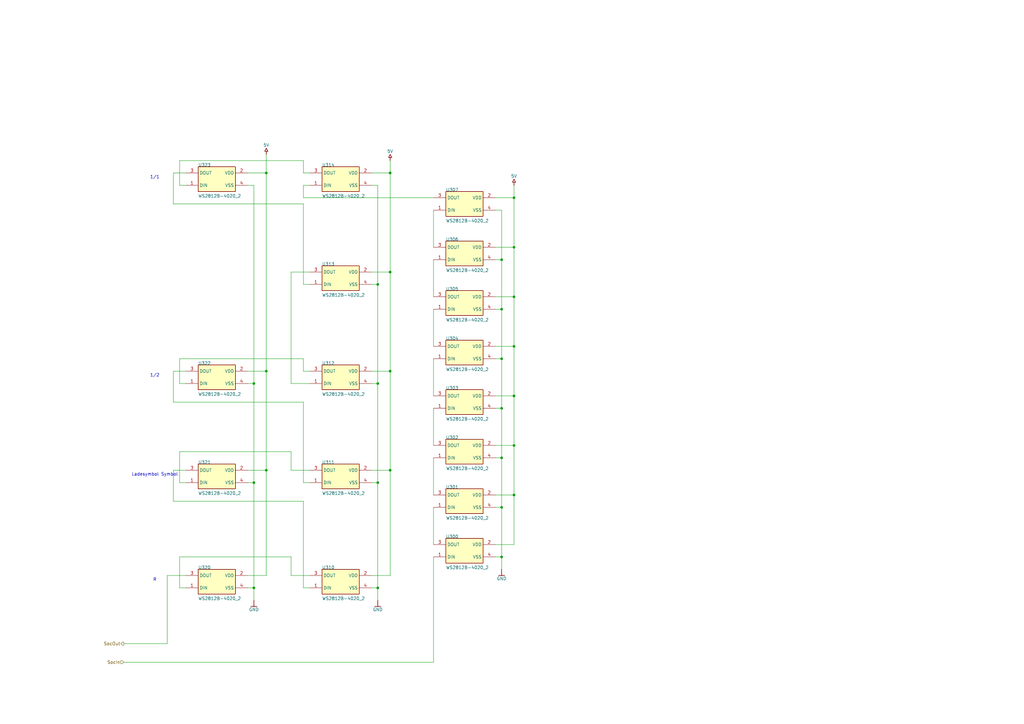
<source format=kicad_sch>
(kicad_sch (version 20231120) (generator "eeschema") (generator_version "8.0")
  (paper "A3")
  (lib_symbols
    (symbol "Lada_Speedometer-altium-import:5V_ARROW" (power)
      (property "Reference" "#PWR" (at 0 0 0))
      (property "Value" "5V" (at 0 3.81 0))
      (symbol "5V_ARROW_0_0"
        (polyline (pts (xy 0 0) (xy 0 -1.27)) (stroke (width 0.254)))
        (polyline (pts (xy -0.635 -1.27) (xy 0.635 -1.27) (xy 0 -2.54) (xy -0.635 -1.27)) (stroke (width 0.254)))
        (pin power_in line (at 0 0 0) (length 0) hide (name "5V") (number ""))
      )
    )
    (symbol "Lada_Speedometer-altium-import:Designator_0_WS2812B-4020_2"
      (symbol "Designator_0_WS2812B-4020_2_1_0"
        (rectangle (start 7.62 5.08) (end -7.62 -5.08) (stroke (width 0.254) (color 128 0 0 1)) (fill (type background)))
        (pin input line (at -12.7 -2.54 0) (length 5.08) (name "DIN") (number "1"))
        (pin power_in line (at 12.7 2.54 180) (length 5.08) (name "VDD") (number "2"))
        (pin output line (at -12.7 2.54 0) (length 5.08) (name "DOUT") (number "3"))
        (pin power_in line (at 12.7 -2.54 180) (length 5.08) (name "VSS") (number "4"))
      )
    )
    (symbol "Lada_Speedometer-altium-import:GND_BAR" (power)
      (property "Reference" "#PWR" (at 0 0 0))
      (property "Value" "GND" (at 0 3.81 0))
      (symbol "GND_BAR_0_0"
        (polyline (pts (xy -1.27 -2.54) (xy 1.27 -2.54)) (stroke (width 0.254)))
        (polyline (pts (xy 0 0) (xy 0 -2.54)) (stroke (width 0.254)))
        (pin power_in line (at 0 0 0) (length 0) hide (name "GND") (number ""))
      )
    )
  )
  (junction (at 205.74 167.4622))
  (junction (at 205.74 106.5022))
  (junction (at 160.02 152.2222))
  (junction (at 154.94 241.1222))
  (junction (at 104.14 241.1222))
  (junction (at 160.02 70.9422))
  (junction (at 205.74 147.1422))
  (junction (at 210.82 162.3822))
  (junction (at 154.94 157.3022))
  (junction (at 104.14 157.3022))
  (junction (at 210.82 182.7022))
  (junction (at 205.74 126.8222))
  (junction (at 210.82 121.7422))
  (junction (at 210.82 142.0622))
  (junction (at 210.82 81.1022))
  (junction (at 160.02 192.8622))
  (junction (at 104.14 197.9422))
  (junction (at 205.74 208.1022))
  (junction (at 210.82 101.4222))
  (junction (at 210.82 203.0222))
  (junction (at 154.94 116.6622))
  (junction (at 154.94 197.9422))
  (junction (at 109.22 152.2222))
  (junction (at 205.74 228.4222))
  (junction (at 109.22 70.9422))
  (junction (at 205.74 187.7822))
  (junction (at 109.22 192.8622))
  (junction (at 160.02 111.5822))
  (wire (pts (xy 73.66 185.2422) (xy 73.66 197.9422)))
  (wire (pts (xy 127 192.8622) (xy 119.38 192.8622)))
  (wire (pts (xy 124.46 81.1022) (xy 124.46 76.0222)))
  (wire (pts (xy 76.2 236.0422) (xy 68.58 236.0422)))
  (wire (pts (xy 177.8 203.0222) (xy 177.8 187.7822)))
  (wire (pts (xy 203.2 126.8222) (xy 205.74 126.8222)))
  (wire (pts (xy 205.74 233.5022) (xy 205.74 228.4222)))
  (wire (pts (xy 71.12 205.5622) (xy 124.46 205.5622)))
  (wire (pts (xy 101.6 192.8622) (xy 109.22 192.8622)))
  (wire (pts (xy 177.8 106.5022) (xy 177.8 121.7422)))
  (wire (pts (xy 104.14 241.1222) (xy 104.14 246.2022)))
  (wire (pts (xy 119.38 192.8622) (xy 119.38 185.2422)))
  (wire (pts (xy 203.2 162.3822) (xy 210.82 162.3822)))
  (wire (pts (xy 160.02 236.0422) (xy 152.4 236.0422)))
  (wire (pts (xy 152.4 116.6622) (xy 154.94 116.6622)))
  (wire (pts (xy 101.6 76.0222) (xy 104.14 76.0222)))
  (wire (pts (xy 205.74 147.1422) (xy 205.74 126.8222)))
  (wire (pts (xy 210.82 162.3822) (xy 210.82 142.0622)))
  (wire (pts (xy 124.46 116.6622) (xy 127 116.6622)))
  (wire (pts (xy 203.2 228.4222) (xy 205.74 228.4222)))
  (wire (pts (xy 154.94 76.0222) (xy 154.94 116.6622)))
  (wire (pts (xy 76.2 70.9422) (xy 71.12 70.9422)))
  (wire (pts (xy 203.2 208.1022) (xy 205.74 208.1022)))
  (wire (pts (xy 73.66 241.1222) (xy 76.2 241.1222)))
  (wire (pts (xy 124.46 65.8622) (xy 73.66 65.8622)))
  (wire (pts (xy 210.82 142.0622) (xy 210.82 121.7422)))
  (wire (pts (xy 124.46 70.9422) (xy 124.46 65.8622)))
  (wire (pts (xy 152.4 152.2222) (xy 160.02 152.2222)))
  (wire (pts (xy 160.02 70.9422) (xy 160.02 111.5822)))
  (wire (pts (xy 76.2 152.2222) (xy 71.12 152.2222)))
  (wire (pts (xy 68.58 236.0422) (xy 68.58 263.9822)))
  (wire (pts (xy 154.94 116.6622) (xy 154.94 157.3022)))
  (wire (pts (xy 210.82 101.4222) (xy 210.82 81.1022)))
  (wire (pts (xy 71.12 70.9422) (xy 71.12 83.6422)))
  (wire (pts (xy 203.2 106.5022) (xy 205.74 106.5022)))
  (wire (pts (xy 71.12 83.6422) (xy 124.46 83.6422)))
  (wire (pts (xy 203.2 101.4222) (xy 210.82 101.4222)))
  (wire (pts (xy 101.6 241.1222) (xy 104.14 241.1222)))
  (wire (pts (xy 205.74 228.4222) (xy 205.74 208.1022)))
  (wire (pts (xy 154.94 241.1222) (xy 154.94 246.2022)))
  (wire (pts (xy 101.6 70.9422) (xy 109.22 70.9422)))
  (wire (pts (xy 205.74 208.1022) (xy 205.74 187.7822)))
  (wire (pts (xy 205.74 187.7822) (xy 205.74 167.4622)))
  (wire (pts (xy 124.46 147.1422) (xy 73.66 147.1422)))
  (wire (pts (xy 152.4 70.9422) (xy 160.02 70.9422)))
  (wire (pts (xy 152.4 241.1222) (xy 154.94 241.1222)))
  (wire (pts (xy 152.4 111.5822) (xy 160.02 111.5822)))
  (wire (pts (xy 124.46 205.5622) (xy 124.46 241.1222)))
  (wire (pts (xy 119.38 185.2422) (xy 73.66 185.2422)))
  (wire (pts (xy 68.58 263.9822) (xy 50.8 263.9822)))
  (wire (pts (xy 73.66 147.1422) (xy 73.66 157.3022)))
  (wire (pts (xy 177.8 208.1022) (xy 177.8 223.3422)))
  (wire (pts (xy 101.6 197.9422) (xy 104.14 197.9422)))
  (wire (pts (xy 124.46 76.0222) (xy 127 76.0222)))
  (wire (pts (xy 205.74 106.5022) (xy 205.74 86.1822)))
  (wire (pts (xy 152.4 197.9422) (xy 154.94 197.9422)))
  (wire (pts (xy 205.74 126.8222) (xy 205.74 106.5022)))
  (wire (pts (xy 104.14 76.0222) (xy 104.14 157.3022)))
  (wire (pts (xy 71.12 164.9222) (xy 124.46 164.9222)))
  (wire (pts (xy 109.22 70.9422) (xy 109.22 63.3222)))
  (wire (pts (xy 101.6 152.2222) (xy 109.22 152.2222)))
  (wire (pts (xy 109.22 192.8622) (xy 109.22 236.0422)))
  (wire (pts (xy 160.02 192.8622) (xy 160.02 236.0422)))
  (wire (pts (xy 203.2 182.7022) (xy 210.82 182.7022)))
  (wire (pts (xy 177.8 101.4222) (xy 177.8 86.1822)))
  (wire (pts (xy 177.8 126.8222) (xy 177.8 142.0622)))
  (wire (pts (xy 203.2 147.1422) (xy 205.74 147.1422)))
  (wire (pts (xy 109.22 70.9422) (xy 109.22 152.2222)))
  (wire (pts (xy 203.2 187.7822) (xy 205.74 187.7822)))
  (wire (pts (xy 109.22 152.2222) (xy 109.22 192.8622)))
  (wire (pts (xy 76.2 192.8622) (xy 71.12 192.8622)))
  (wire (pts (xy 203.2 142.0622) (xy 210.82 142.0622)))
  (wire (pts (xy 177.8 147.1422) (xy 177.8 162.3822)))
  (wire (pts (xy 127 111.5822) (xy 119.38 111.5822)))
  (wire (pts (xy 203.2 167.4622) (xy 205.74 167.4622)))
  (wire (pts (xy 152.4 157.3022) (xy 154.94 157.3022)))
  (wire (pts (xy 152.4 192.8622) (xy 160.02 192.8622)))
  (wire (pts (xy 203.2 223.3422) (xy 210.82 223.3422)))
  (wire (pts (xy 104.14 157.3022) (xy 104.14 197.9422)))
  (wire (pts (xy 124.46 241.1222) (xy 127 241.1222)))
  (wire (pts (xy 73.66 228.4222) (xy 73.66 241.1222)))
  (wire (pts (xy 127 152.2222) (xy 124.46 152.2222)))
  (wire (pts (xy 119.38 236.0422) (xy 119.38 228.4222)))
  (wire (pts (xy 101.6 157.3022) (xy 104.14 157.3022)))
  (wire (pts (xy 203.2 121.7422) (xy 210.82 121.7422)))
  (wire (pts (xy 177.8 81.1022) (xy 124.46 81.1022)))
  (wire (pts (xy 205.74 86.1822) (xy 203.2 86.1822)))
  (wire (pts (xy 124.46 164.9222) (xy 124.46 197.9422)))
  (wire (pts (xy 177.8 167.4622) (xy 177.8 182.7022)))
  (wire (pts (xy 119.38 157.3022) (xy 127 157.3022)))
  (wire (pts (xy 124.46 152.2222) (xy 124.46 147.1422)))
  (wire (pts (xy 210.82 121.7422) (xy 210.82 101.4222)))
  (wire (pts (xy 160.02 111.5822) (xy 160.02 152.2222)))
  (wire (pts (xy 124.46 197.9422) (xy 127 197.9422)))
  (wire (pts (xy 73.66 197.9422) (xy 76.2 197.9422)))
  (wire (pts (xy 160.02 152.2222) (xy 160.02 192.8622)))
  (wire (pts (xy 109.22 236.0422) (xy 101.6 236.0422)))
  (wire (pts (xy 73.66 76.0222) (xy 76.2 76.0222)))
  (wire (pts (xy 154.94 157.3022) (xy 154.94 197.9422)))
  (wire (pts (xy 124.46 83.6422) (xy 124.46 116.6622)))
  (wire (pts (xy 205.74 167.4622) (xy 205.74 147.1422)))
  (wire (pts (xy 73.66 65.8622) (xy 73.66 76.0222)))
  (wire (pts (xy 203.2 81.1022) (xy 210.82 81.1022)))
  (wire (pts (xy 73.66 157.3022) (xy 76.2 157.3022)))
  (wire (pts (xy 210.82 81.1022) (xy 210.82 76.0222)))
  (wire (pts (xy 104.14 197.9422) (xy 104.14 241.1222)))
  (wire (pts (xy 127 236.0422) (xy 119.38 236.0422)))
  (wire (pts (xy 210.82 182.7022) (xy 210.82 162.3822)))
  (wire (pts (xy 177.8 271.6022) (xy 50.8 271.6022)))
  (wire (pts (xy 71.12 192.8622) (xy 71.12 205.5622)))
  (wire (pts (xy 152.4 76.0222) (xy 154.94 76.0222)))
  (wire (pts (xy 119.38 111.5822) (xy 119.38 157.3022)))
  (wire (pts (xy 210.82 203.0222) (xy 210.82 182.7022)))
  (wire (pts (xy 119.38 228.4222) (xy 73.66 228.4222)))
  (wire (pts (xy 203.2 203.0222) (xy 210.82 203.0222)))
  (wire (pts (xy 71.12 152.2222) (xy 71.12 164.9222)))
  (wire (pts (xy 177.8 228.4222) (xy 177.8 271.6022)))
  (wire (pts (xy 210.82 223.3422) (xy 210.82 203.0222)))
  (wire (pts (xy 127 70.9422) (xy 124.46 70.9422)))
  (wire (pts (xy 154.94 197.9422) (xy 154.94 241.1222)))
  (wire (pts (xy 160.02 70.9422) (xy 160.02 65.8622)))
  (text "Ladesymbol Symbol" (at 63.5 195.4022 0) (effects (font (size 1.27 1.27)) (justify bottom)))
  (text "1/1" (at 63.5 73.4822 0) (effects (font (size 1.27 1.27)) (justify bottom)))
  (text "R" (at 63.5 238.5822 0) (effects (font (size 1.27 1.27)) (justify bottom)))
  (text "1/2" (at 63.5 154.7622 0) (effects (font (size 1.27 1.27)) (justify bottom)))
  (hierarchical_label "SocOut" (shape output) (at 50.8 263.9822 180))
  (hierarchical_label "SocIn" (shape input) (at 50.8 271.6022 180))
  (symbol (lib_id "Lada_Speedometer-altium-import:Designator_0_WS2812B-4020_2") (at 139.7 195.4022 0) (unit 1)
    (property "Reference" "U311" (at 132.08 190.3222 0) (effects (justify left bottom)))
    (property "Value" "WS2812B-4020_2" (at 132.08 203.0222 0) (effects (justify left bottom)))
    (property "Footprint" "LED_WS2812B-4020" (effects (hide yes)))
    (property "Description" "12mA RGB SMD,2x4mm Light Emitting Diodes" (effects (hide yes)))
    (property "PRICE" "None" (effects (hide yes)))
    (property "MP" "WS2812B-4020" (effects (hide yes)))
    (property "AVAILABILITY" "Not in stock" (effects (hide yes)))
    (property "SNAPEDA_LINK" "https://www.snapeda.com/parts/WS2812B-4020/Worldsemi/view-part/?ref=snap" (effects (hide yes)))
    (property "CHECK_PRICES" "https://www.snapeda.com/parts/WS2812B-4020/Worldsemi/view-part/?ref=eda" (effects (hide yes)))
    (property "ALTIUM_VALUE" "*" (effects (hide yes)))
    (property "PACKAGE" "Package" (effects (hide yes)))
    (property "MF" "Worldsemi" (effects (hide yes)))
  )
  (symbol (lib_id "Lada_Speedometer-altium-import:5V_ARROW") (at 210.82 76.0222 180) (unit 1)
    (property "Reference" "#PWR?" (effects (hide yes)))
    (property "Value" "5V" (at 210.82 72.2122 0))
  )
  (symbol (lib_id "Lada_Speedometer-altium-import:Designator_0_WS2812B-4020_2") (at 190.5 185.2422 0) (unit 1)
    (property "Reference" "U302" (at 182.88 180.1622 0) (effects (justify left bottom)))
    (property "Value" "WS2812B-4020_2" (at 182.88 192.8622 0) (effects (justify left bottom)))
    (property "Footprint" "LED_WS2812B-4020" (effects (hide yes)))
    (property "Description" "12mA RGB SMD,2x4mm Light Emitting Diodes" (effects (hide yes)))
    (property "PRICE" "None" (effects (hide yes)))
    (property "MP" "WS2812B-4020" (effects (hide yes)))
    (property "AVAILABILITY" "Not in stock" (effects (hide yes)))
    (property "SNAPEDA_LINK" "https://www.snapeda.com/parts/WS2812B-4020/Worldsemi/view-part/?ref=snap" (effects (hide yes)))
    (property "CHECK_PRICES" "https://www.snapeda.com/parts/WS2812B-4020/Worldsemi/view-part/?ref=eda" (effects (hide yes)))
    (property "ALTIUM_VALUE" "*" (effects (hide yes)))
    (property "PACKAGE" "Package" (effects (hide yes)))
    (property "MF" "Worldsemi" (effects (hide yes)))
  )
  (symbol (lib_id "Lada_Speedometer-altium-import:5V_ARROW") (at 160.02 65.8622 180) (unit 1)
    (property "Reference" "#PWR?" (effects (hide yes)))
    (property "Value" "5V" (at 160.02 62.0522 0))
  )
  (symbol (lib_id "Lada_Speedometer-altium-import:Designator_0_WS2812B-4020_2") (at 190.5 225.8822 0) (unit 1)
    (property "Reference" "U300" (at 182.88 220.8022 0) (effects (justify left bottom)))
    (property "Value" "WS2812B-4020_2" (at 182.88 233.5022 0) (effects (justify left bottom)))
    (property "Footprint" "LED_WS2812B-4020" (effects (hide yes)))
    (property "Description" "12mA RGB SMD,2x4mm Light Emitting Diodes" (effects (hide yes)))
    (property "PRICE" "None" (effects (hide yes)))
    (property "MP" "WS2812B-4020" (effects (hide yes)))
    (property "AVAILABILITY" "Not in stock" (effects (hide yes)))
    (property "SNAPEDA_LINK" "https://www.snapeda.com/parts/WS2812B-4020/Worldsemi/view-part/?ref=snap" (effects (hide yes)))
    (property "CHECK_PRICES" "https://www.snapeda.com/parts/WS2812B-4020/Worldsemi/view-part/?ref=eda" (effects (hide yes)))
    (property "ALTIUM_VALUE" "*" (effects (hide yes)))
    (property "PACKAGE" "Package" (effects (hide yes)))
    (property "MF" "Worldsemi" (effects (hide yes)))
  )
  (symbol (lib_id "Lada_Speedometer-altium-import:GND_BAR") (at 205.74 233.5022 0) (unit 1)
    (property "Reference" "#PWR?" (effects (hide yes)))
    (property "Value" "GND" (at 205.74 237.3122 0))
  )
  (symbol (lib_id "Lada_Speedometer-altium-import:Designator_0_WS2812B-4020_2") (at 190.5 164.9222 0) (unit 1)
    (property "Reference" "U303" (at 182.88 159.8422 0) (effects (justify left bottom)))
    (property "Value" "WS2812B-4020_2" (at 182.88 172.5422 0) (effects (justify left bottom)))
    (property "Footprint" "LED_WS2812B-4020" (effects (hide yes)))
    (property "Description" "12mA RGB SMD,2x4mm Light Emitting Diodes" (effects (hide yes)))
    (property "PRICE" "None" (effects (hide yes)))
    (property "MP" "WS2812B-4020" (effects (hide yes)))
    (property "AVAILABILITY" "Not in stock" (effects (hide yes)))
    (property "SNAPEDA_LINK" "https://www.snapeda.com/parts/WS2812B-4020/Worldsemi/view-part/?ref=snap" (effects (hide yes)))
    (property "CHECK_PRICES" "https://www.snapeda.com/parts/WS2812B-4020/Worldsemi/view-part/?ref=eda" (effects (hide yes)))
    (property "ALTIUM_VALUE" "*" (effects (hide yes)))
    (property "PACKAGE" "Package" (effects (hide yes)))
    (property "MF" "Worldsemi" (effects (hide yes)))
  )
  (symbol (lib_id "Lada_Speedometer-altium-import:Designator_0_WS2812B-4020_2") (at 190.5 144.6022 0) (unit 1)
    (property "Reference" "U304" (at 182.88 139.5222 0) (effects (justify left bottom)))
    (property "Value" "WS2812B-4020_2" (at 182.88 152.2222 0) (effects (justify left bottom)))
    (property "Footprint" "LED_WS2812B-4020" (effects (hide yes)))
    (property "Description" "12mA RGB SMD,2x4mm Light Emitting Diodes" (effects (hide yes)))
    (property "PRICE" "None" (effects (hide yes)))
    (property "MP" "WS2812B-4020" (effects (hide yes)))
    (property "AVAILABILITY" "Not in stock" (effects (hide yes)))
    (property "SNAPEDA_LINK" "https://www.snapeda.com/parts/WS2812B-4020/Worldsemi/view-part/?ref=snap" (effects (hide yes)))
    (property "CHECK_PRICES" "https://www.snapeda.com/parts/WS2812B-4020/Worldsemi/view-part/?ref=eda" (effects (hide yes)))
    (property "ALTIUM_VALUE" "*" (effects (hide yes)))
    (property "PACKAGE" "Package" (effects (hide yes)))
    (property "MF" "Worldsemi" (effects (hide yes)))
  )
  (symbol (lib_id "Lada_Speedometer-altium-import:GND_BAR") (at 104.14 246.2022 0) (unit 1)
    (property "Reference" "#PWR?" (effects (hide yes)))
    (property "Value" "GND" (at 104.14 250.0122 0))
  )
  (symbol (lib_id "Lada_Speedometer-altium-import:Designator_0_WS2812B-4020_2") (at 190.5 103.9622 0) (unit 1)
    (property "Reference" "U306" (at 182.88 98.8822 0) (effects (justify left bottom)))
    (property "Value" "WS2812B-4020_2" (at 182.88 111.5822 0) (effects (justify left bottom)))
    (property "Footprint" "LED_WS2812B-4020" (effects (hide yes)))
    (property "Description" "12mA RGB SMD,2x4mm Light Emitting Diodes" (effects (hide yes)))
    (property "PRICE" "None" (effects (hide yes)))
    (property "MP" "WS2812B-4020" (effects (hide yes)))
    (property "AVAILABILITY" "Not in stock" (effects (hide yes)))
    (property "SNAPEDA_LINK" "https://www.snapeda.com/parts/WS2812B-4020/Worldsemi/view-part/?ref=snap" (effects (hide yes)))
    (property "CHECK_PRICES" "https://www.snapeda.com/parts/WS2812B-4020/Worldsemi/view-part/?ref=eda" (effects (hide yes)))
    (property "ALTIUM_VALUE" "*" (effects (hide yes)))
    (property "PACKAGE" "Package" (effects (hide yes)))
    (property "MF" "Worldsemi" (effects (hide yes)))
  )
  (symbol (lib_id "Lada_Speedometer-altium-import:Designator_0_WS2812B-4020_2") (at 88.9 238.5822 0) (unit 1)
    (property "Reference" "U320" (at 81.28 233.5022 0) (effects (justify left bottom)))
    (property "Value" "WS2812B-4020_2" (at 81.28 246.2022 0) (effects (justify left bottom)))
    (property "Footprint" "LED_WS2812B-4020" (effects (hide yes)))
    (property "Description" "12mA RGB SMD,2x4mm Light Emitting Diodes" (effects (hide yes)))
    (property "PRICE" "None" (effects (hide yes)))
    (property "MP" "WS2812B-4020" (effects (hide yes)))
    (property "AVAILABILITY" "Not in stock" (effects (hide yes)))
    (property "SNAPEDA_LINK" "https://www.snapeda.com/parts/WS2812B-4020/Worldsemi/view-part/?ref=snap" (effects (hide yes)))
    (property "CHECK_PRICES" "https://www.snapeda.com/parts/WS2812B-4020/Worldsemi/view-part/?ref=eda" (effects (hide yes)))
    (property "ALTIUM_VALUE" "*" (effects (hide yes)))
    (property "PACKAGE" "Package" (effects (hide yes)))
    (property "MF" "Worldsemi" (effects (hide yes)))
  )
  (symbol (lib_id "Lada_Speedometer-altium-import:Designator_0_WS2812B-4020_2") (at 88.9 73.4822 0) (unit 1)
    (property "Reference" "U323" (at 81.28 68.4022 0) (effects (justify left bottom)))
    (property "Value" "WS2812B-4020_2" (at 81.28 81.1022 0) (effects (justify left bottom)))
    (property "Footprint" "LED_WS2812B-4020" (effects (hide yes)))
    (property "Description" "12mA RGB SMD,2x4mm Light Emitting Diodes" (effects (hide yes)))
    (property "PRICE" "None" (effects (hide yes)))
    (property "MP" "WS2812B-4020" (effects (hide yes)))
    (property "AVAILABILITY" "Not in stock" (effects (hide yes)))
    (property "SNAPEDA_LINK" "https://www.snapeda.com/parts/WS2812B-4020/Worldsemi/view-part/?ref=snap" (effects (hide yes)))
    (property "CHECK_PRICES" "https://www.snapeda.com/parts/WS2812B-4020/Worldsemi/view-part/?ref=eda" (effects (hide yes)))
    (property "ALTIUM_VALUE" "*" (effects (hide yes)))
    (property "PACKAGE" "Package" (effects (hide yes)))
    (property "MF" "Worldsemi" (effects (hide yes)))
  )
  (symbol (lib_id "Lada_Speedometer-altium-import:Designator_0_WS2812B-4020_2") (at 88.9 154.7622 0) (unit 1)
    (property "Reference" "U322" (at 81.28 149.6822 0) (effects (justify left bottom)))
    (property "Value" "WS2812B-4020_2" (at 81.28 162.3822 0) (effects (justify left bottom)))
    (property "Footprint" "LED_WS2812B-4020" (effects (hide yes)))
    (property "Description" "12mA RGB SMD,2x4mm Light Emitting Diodes" (effects (hide yes)))
    (property "PRICE" "None" (effects (hide yes)))
    (property "MP" "WS2812B-4020" (effects (hide yes)))
    (property "AVAILABILITY" "Not in stock" (effects (hide yes)))
    (property "SNAPEDA_LINK" "https://www.snapeda.com/parts/WS2812B-4020/Worldsemi/view-part/?ref=snap" (effects (hide yes)))
    (property "CHECK_PRICES" "https://www.snapeda.com/parts/WS2812B-4020/Worldsemi/view-part/?ref=eda" (effects (hide yes)))
    (property "ALTIUM_VALUE" "*" (effects (hide yes)))
    (property "PACKAGE" "Package" (effects (hide yes)))
    (property "MF" "Worldsemi" (effects (hide yes)))
  )
  (symbol (lib_id "Lada_Speedometer-altium-import:Designator_0_WS2812B-4020_2") (at 190.5 124.2822 0) (unit 1)
    (property "Reference" "U305" (at 182.88 119.2022 0) (effects (justify left bottom)))
    (property "Value" "WS2812B-4020_2" (at 182.88 131.9022 0) (effects (justify left bottom)))
    (property "Footprint" "LED_WS2812B-4020" (effects (hide yes)))
    (property "Description" "12mA RGB SMD,2x4mm Light Emitting Diodes" (effects (hide yes)))
    (property "PRICE" "None" (effects (hide yes)))
    (property "MP" "WS2812B-4020" (effects (hide yes)))
    (property "AVAILABILITY" "Not in stock" (effects (hide yes)))
    (property "SNAPEDA_LINK" "https://www.snapeda.com/parts/WS2812B-4020/Worldsemi/view-part/?ref=snap" (effects (hide yes)))
    (property "CHECK_PRICES" "https://www.snapeda.com/parts/WS2812B-4020/Worldsemi/view-part/?ref=eda" (effects (hide yes)))
    (property "ALTIUM_VALUE" "*" (effects (hide yes)))
    (property "PACKAGE" "Package" (effects (hide yes)))
    (property "MF" "Worldsemi" (effects (hide yes)))
  )
  (symbol (lib_id "Lada_Speedometer-altium-import:Designator_0_WS2812B-4020_2") (at 139.7 73.4822 0) (unit 1)
    (property "Reference" "U314" (at 132.08 68.4022 0) (effects (justify left bottom)))
    (property "Value" "WS2812B-4020_2" (at 132.08 81.1022 0) (effects (justify left bottom)))
    (property "Footprint" "LED_WS2812B-4020" (effects (hide yes)))
    (property "Description" "12mA RGB SMD,2x4mm Light Emitting Diodes" (effects (hide yes)))
    (property "PRICE" "None" (effects (hide yes)))
    (property "MP" "WS2812B-4020" (effects (hide yes)))
    (property "AVAILABILITY" "Not in stock" (effects (hide yes)))
    (property "SNAPEDA_LINK" "https://www.snapeda.com/parts/WS2812B-4020/Worldsemi/view-part/?ref=snap" (effects (hide yes)))
    (property "CHECK_PRICES" "https://www.snapeda.com/parts/WS2812B-4020/Worldsemi/view-part/?ref=eda" (effects (hide yes)))
    (property "ALTIUM_VALUE" "*" (effects (hide yes)))
    (property "PACKAGE" "Package" (effects (hide yes)))
    (property "MF" "Worldsemi" (effects (hide yes)))
  )
  (symbol (lib_id "Lada_Speedometer-altium-import:GND_BAR") (at 154.94 246.2022 0) (unit 1)
    (property "Reference" "#PWR?" (effects (hide yes)))
    (property "Value" "GND" (at 154.94 250.0122 0))
  )
  (symbol (lib_id "Lada_Speedometer-altium-import:5V_ARROW") (at 109.22 63.3222 180) (unit 1)
    (property "Reference" "#PWR?" (effects (hide yes)))
    (property "Value" "5V" (at 109.22 59.5122 0))
  )
  (symbol (lib_id "Lada_Speedometer-altium-import:Designator_0_WS2812B-4020_2") (at 139.7 154.7622 0) (unit 1)
    (property "Reference" "U312" (at 132.08 149.6822 0) (effects (justify left bottom)))
    (property "Value" "WS2812B-4020_2" (at 132.08 162.3822 0) (effects (justify left bottom)))
    (property "Footprint" "LED_WS2812B-4020" (effects (hide yes)))
    (property "Description" "12mA RGB SMD,2x4mm Light Emitting Diodes" (effects (hide yes)))
    (property "PRICE" "None" (effects (hide yes)))
    (property "MP" "WS2812B-4020" (effects (hide yes)))
    (property "AVAILABILITY" "Not in stock" (effects (hide yes)))
    (property "SNAPEDA_LINK" "https://www.snapeda.com/parts/WS2812B-4020/Worldsemi/view-part/?ref=snap" (effects (hide yes)))
    (property "CHECK_PRICES" "https://www.snapeda.com/parts/WS2812B-4020/Worldsemi/view-part/?ref=eda" (effects (hide yes)))
    (property "ALTIUM_VALUE" "*" (effects (hide yes)))
    (property "PACKAGE" "Package" (effects (hide yes)))
    (property "MF" "Worldsemi" (effects (hide yes)))
  )
  (symbol (lib_id "Lada_Speedometer-altium-import:Designator_0_WS2812B-4020_2") (at 190.5 83.6422 0) (unit 1)
    (property "Reference" "U307" (at 182.88 78.5622 0) (effects (justify left bottom)))
    (property "Value" "WS2812B-4020_2" (at 182.88 91.2622 0) (effects (justify left bottom)))
    (property "Footprint" "LED_WS2812B-4020" (effects (hide yes)))
    (property "Description" "12mA RGB SMD,2x4mm Light Emitting Diodes" (effects (hide yes)))
    (property "PRICE" "None" (effects (hide yes)))
    (property "MP" "WS2812B-4020" (effects (hide yes)))
    (property "AVAILABILITY" "Not in stock" (effects (hide yes)))
    (property "SNAPEDA_LINK" "https://www.snapeda.com/parts/WS2812B-4020/Worldsemi/view-part/?ref=snap" (effects (hide yes)))
    (property "CHECK_PRICES" "https://www.snapeda.com/parts/WS2812B-4020/Worldsemi/view-part/?ref=eda" (effects (hide yes)))
    (property "ALTIUM_VALUE" "*" (effects (hide yes)))
    (property "PACKAGE" "Package" (effects (hide yes)))
    (property "MF" "Worldsemi" (effects (hide yes)))
  )
  (symbol (lib_id "Lada_Speedometer-altium-import:Designator_0_WS2812B-4020_2") (at 190.5 205.5622 0) (unit 1)
    (property "Reference" "U301" (at 182.88 200.4822 0) (effects (justify left bottom)))
    (property "Value" "WS2812B-4020_2" (at 182.88 213.1822 0) (effects (justify left bottom)))
    (property "Footprint" "LED_WS2812B-4020" (effects (hide yes)))
    (property "Description" "12mA RGB SMD,2x4mm Light Emitting Diodes" (effects (hide yes)))
    (property "PRICE" "None" (effects (hide yes)))
    (property "MP" "WS2812B-4020" (effects (hide yes)))
    (property "AVAILABILITY" "Not in stock" (effects (hide yes)))
    (property "SNAPEDA_LINK" "https://www.snapeda.com/parts/WS2812B-4020/Worldsemi/view-part/?ref=snap" (effects (hide yes)))
    (property "CHECK_PRICES" "https://www.snapeda.com/parts/WS2812B-4020/Worldsemi/view-part/?ref=eda" (effects (hide yes)))
    (property "ALTIUM_VALUE" "*" (effects (hide yes)))
    (property "PACKAGE" "Package" (effects (hide yes)))
    (property "MF" "Worldsemi" (effects (hide yes)))
  )
  (symbol (lib_id "Lada_Speedometer-altium-import:Designator_0_WS2812B-4020_2") (at 139.7 238.5822 0) (unit 1)
    (property "Reference" "U310" (at 132.08 233.5022 0) (effects (justify left bottom)))
    (property "Value" "WS2812B-4020_2" (at 132.08 246.2022 0) (effects (justify left bottom)))
    (property "Footprint" "LED_WS2812B-4020" (effects (hide yes)))
    (property "Description" "12mA RGB SMD,2x4mm Light Emitting Diodes" (effects (hide yes)))
    (property "PRICE" "None" (effects (hide yes)))
    (property "MP" "WS2812B-4020" (effects (hide yes)))
    (property "AVAILABILITY" "Not in stock" (effects (hide yes)))
    (property "SNAPEDA_LINK" "https://www.snapeda.com/parts/WS2812B-4020/Worldsemi/view-part/?ref=snap" (effects (hide yes)))
    (property "CHECK_PRICES" "https://www.snapeda.com/parts/WS2812B-4020/Worldsemi/view-part/?ref=eda" (effects (hide yes)))
    (property "ALTIUM_VALUE" "*" (effects (hide yes)))
    (property "PACKAGE" "Package" (effects (hide yes)))
    (property "MF" "Worldsemi" (effects (hide yes)))
  )
  (symbol (lib_id "Lada_Speedometer-altium-import:Designator_0_WS2812B-4020_2") (at 88.9 195.4022 0) (unit 1)
    (property "Reference" "U321" (at 81.28 190.3222 0) (effects (justify left bottom)))
    (property "Value" "WS2812B-4020_2" (at 81.28 203.0222 0) (effects (justify left bottom)))
    (property "Footprint" "LED_WS2812B-4020" (effects (hide yes)))
    (property "Description" "12mA RGB SMD,2x4mm Light Emitting Diodes" (effects (hide yes)))
    (property "PRICE" "None" (effects (hide yes)))
    (property "MP" "WS2812B-4020" (effects (hide yes)))
    (property "AVAILABILITY" "Not in stock" (effects (hide yes)))
    (property "SNAPEDA_LINK" "https://www.snapeda.com/parts/WS2812B-4020/Worldsemi/view-part/?ref=snap" (effects (hide yes)))
    (property "CHECK_PRICES" "https://www.snapeda.com/parts/WS2812B-4020/Worldsemi/view-part/?ref=eda" (effects (hide yes)))
    (property "ALTIUM_VALUE" "*" (effects (hide yes)))
    (property "PACKAGE" "Package" (effects (hide yes)))
    (property "MF" "Worldsemi" (effects (hide yes)))
  )
  (symbol (lib_id "Lada_Speedometer-altium-import:Designator_0_WS2812B-4020_2") (at 139.7 114.1222 0) (unit 1)
    (property "Reference" "U313" (at 132.08 109.0422 0) (effects (justify left bottom)))
    (property "Value" "WS2812B-4020_2" (at 132.08 121.7422 0) (effects (justify left bottom)))
    (property "Footprint" "LED_WS2812B-4020" (effects (hide yes)))
    (property "Description" "12mA RGB SMD,2x4mm Light Emitting Diodes" (effects (hide yes)))
    (property "PRICE" "None" (effects (hide yes)))
    (property "MP" "WS2812B-4020" (effects (hide yes)))
    (property "AVAILABILITY" "Not in stock" (effects (hide yes)))
    (property "SNAPEDA_LINK" "https://www.snapeda.com/parts/WS2812B-4020/Worldsemi/view-part/?ref=snap" (effects (hide yes)))
    (property "CHECK_PRICES" "https://www.snapeda.com/parts/WS2812B-4020/Worldsemi/view-part/?ref=eda" (effects (hide yes)))
    (property "ALTIUM_VALUE" "*" (effects (hide yes)))
    (property "PACKAGE" "Package" (effects (hide yes)))
    (property "MF" "Worldsemi" (effects (hide yes)))
  )
)
</source>
